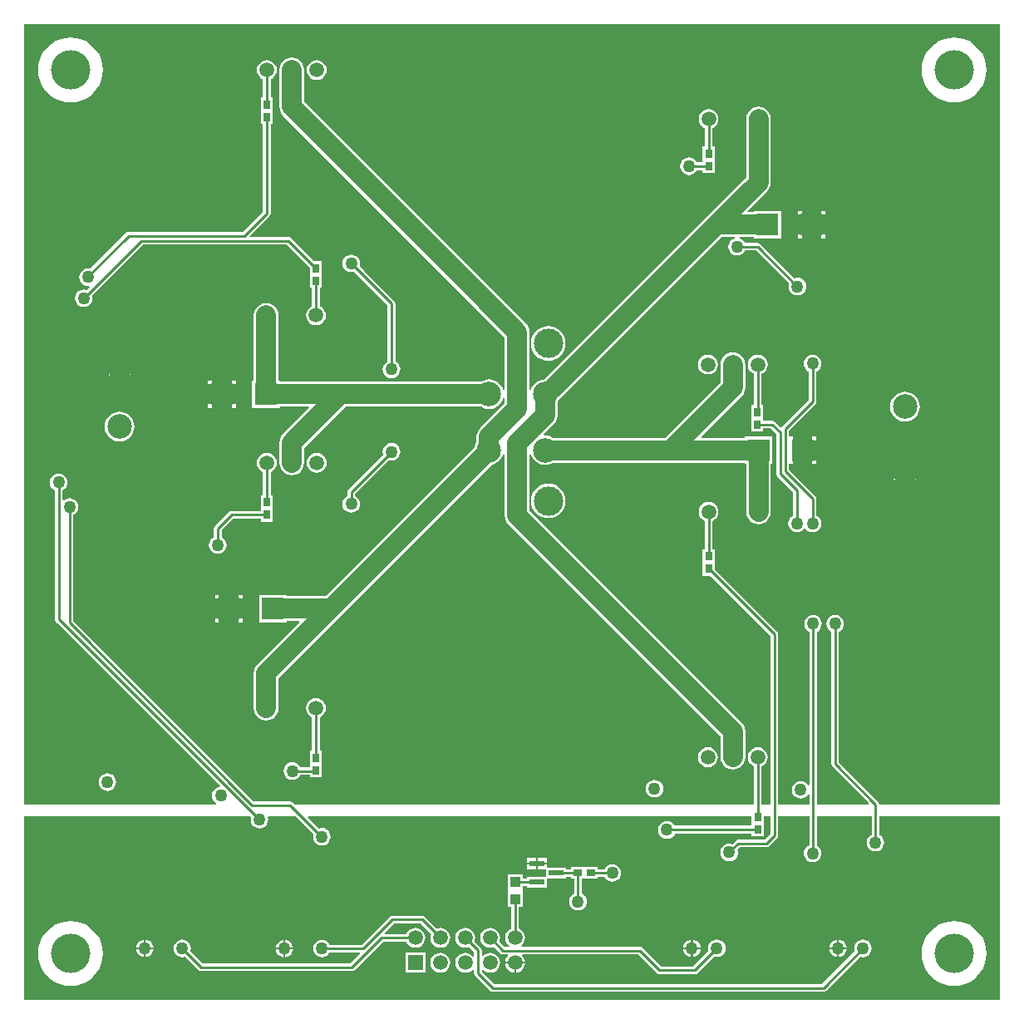
<source format=gtl>
%FSLAX24Y24*%
%MOIN*%
G70*
G01*
G75*
G04 Layer_Physical_Order=1*
G04 Layer_Color=255*
%ADD10R,0.0276X0.0354*%
%ADD11R,0.0906X0.0906*%
%ADD12R,0.0354X0.0276*%
%ADD13R,0.0394X0.0433*%
%ADD14R,0.0591X0.0236*%
%ADD15C,0.0787*%
%ADD16C,0.0100*%
%ADD17C,0.0984*%
%ADD18C,0.1575*%
%ADD19C,0.0591*%
%ADD20C,0.1181*%
%ADD21R,0.0591X0.0591*%
%ADD22C,0.0500*%
G36*
X39250Y120D02*
X120D01*
Y7480D01*
X9186D01*
X9219Y7447D01*
X9209Y7424D01*
X9197Y7333D01*
X9209Y7241D01*
X9244Y7156D01*
X9300Y7083D01*
X9373Y7027D01*
X9459Y6992D01*
X9550Y6979D01*
X9641Y6992D01*
X9727Y7027D01*
X9800Y7083D01*
X9856Y7156D01*
X9891Y7241D01*
X9903Y7333D01*
X9891Y7424D01*
X9885Y7439D01*
X9913Y7480D01*
X11004D01*
X11719Y6766D01*
X11709Y6742D01*
X11697Y6651D01*
X11709Y6559D01*
X11744Y6474D01*
X11800Y6401D01*
X11873Y6345D01*
X11959Y6310D01*
X12050Y6298D01*
X12141Y6310D01*
X12227Y6345D01*
X12300Y6401D01*
X12356Y6474D01*
X12391Y6559D01*
X12403Y6651D01*
X12391Y6742D01*
X12356Y6827D01*
X12300Y6900D01*
X12227Y6957D01*
X12141Y6992D01*
X12050Y7004D01*
X11959Y6992D01*
X11935Y6982D01*
X11483Y7434D01*
X11502Y7480D01*
X29290D01*
Y7179D01*
Y7097D01*
X26198D01*
X26194Y7106D01*
X26138Y7179D01*
X26065Y7235D01*
X25980Y7270D01*
X25889Y7282D01*
X25797Y7270D01*
X25712Y7235D01*
X25639Y7179D01*
X25583Y7106D01*
X25548Y7020D01*
X25536Y6929D01*
X25548Y6838D01*
X25583Y6753D01*
X25639Y6680D01*
X25712Y6623D01*
X25797Y6588D01*
X25889Y6576D01*
X25980Y6588D01*
X26065Y6623D01*
X26138Y6680D01*
X26194Y6753D01*
X26210Y6791D01*
X29290D01*
Y6667D01*
X29765D01*
Y7179D01*
Y7480D01*
X30044D01*
Y6756D01*
X29819Y6531D01*
X28740D01*
X28682Y6519D01*
X28632Y6486D01*
X28504Y6358D01*
X28480Y6367D01*
X28389Y6379D01*
X28297Y6367D01*
X28212Y6332D01*
X28139Y6276D01*
X28083Y6203D01*
X28048Y6118D01*
X28036Y6026D01*
X28048Y5935D01*
X28083Y5850D01*
X28139Y5777D01*
X28212Y5721D01*
X28297Y5685D01*
X28389Y5673D01*
X28480Y5685D01*
X28565Y5721D01*
X28638Y5777D01*
X28694Y5850D01*
X28730Y5935D01*
X28742Y6026D01*
X28730Y6118D01*
X28720Y6141D01*
X28804Y6225D01*
X29882D01*
X29940Y6237D01*
X29990Y6270D01*
X29990Y6270D01*
X29990Y6270D01*
X30305Y6585D01*
X30338Y6634D01*
X30350Y6693D01*
X30350Y6693D01*
X30350Y6693D01*
Y6693D01*
Y7480D01*
X31597D01*
Y6307D01*
X31556Y6290D01*
X31483Y6234D01*
X31427Y6161D01*
X31391Y6076D01*
X31379Y5984D01*
X31391Y5893D01*
X31427Y5808D01*
X31483Y5735D01*
X31556Y5679D01*
X31641Y5643D01*
X31732Y5631D01*
X31824Y5643D01*
X31909Y5679D01*
X31982Y5735D01*
X32038Y5808D01*
X32073Y5893D01*
X32085Y5984D01*
X32073Y6076D01*
X32038Y6161D01*
X31982Y6234D01*
X31909Y6290D01*
X31903Y6292D01*
Y7480D01*
X34097D01*
Y6733D01*
X34073Y6723D01*
X34000Y6667D01*
X33944Y6594D01*
X33909Y6509D01*
X33897Y6417D01*
X33909Y6326D01*
X33944Y6241D01*
X34000Y6168D01*
X34073Y6112D01*
X34159Y6076D01*
X34250Y6064D01*
X34341Y6076D01*
X34427Y6112D01*
X34500Y6168D01*
X34556Y6241D01*
X34591Y6326D01*
X34603Y6417D01*
X34591Y6509D01*
X34556Y6594D01*
X34500Y6667D01*
X34427Y6723D01*
X34403Y6733D01*
Y7480D01*
X39250D01*
Y120D01*
D02*
G37*
G36*
Y7953D02*
X34403D01*
Y7955D01*
X34391Y8013D01*
X34358Y8063D01*
X32791Y9630D01*
Y14881D01*
X32814Y14891D01*
X32887Y14947D01*
X32944Y15020D01*
X32979Y15105D01*
X32991Y15197D01*
X32979Y15288D01*
X32944Y15373D01*
X32887Y15446D01*
X32814Y15503D01*
X32729Y15538D01*
X32638Y15550D01*
X32546Y15538D01*
X32461Y15503D01*
X32388Y15446D01*
X32332Y15373D01*
X32297Y15288D01*
X32285Y15197D01*
X32297Y15105D01*
X32332Y15020D01*
X32388Y14947D01*
X32461Y14891D01*
X32485Y14881D01*
Y9567D01*
X32485Y9567D01*
X32485D01*
X32497Y9508D01*
X32530Y9459D01*
X33989Y7999D01*
X33970Y7953D01*
X31903D01*
Y14881D01*
X31927Y14891D01*
X32000Y14947D01*
X32056Y15020D01*
X32091Y15105D01*
X32103Y15197D01*
X32091Y15288D01*
X32056Y15373D01*
X32000Y15446D01*
X31927Y15503D01*
X31841Y15538D01*
X31750Y15550D01*
X31659Y15538D01*
X31573Y15503D01*
X31500Y15446D01*
X31444Y15373D01*
X31409Y15288D01*
X31397Y15197D01*
X31409Y15105D01*
X31444Y15020D01*
X31500Y14947D01*
X31573Y14891D01*
X31597Y14881D01*
Y8734D01*
X31550Y8718D01*
X31500Y8783D01*
X31427Y8839D01*
X31341Y8874D01*
X31250Y8886D01*
X31159Y8874D01*
X31073Y8839D01*
X31000Y8783D01*
X30944Y8710D01*
X30909Y8625D01*
X30897Y8533D01*
X30909Y8442D01*
X30944Y8357D01*
X31000Y8284D01*
X31073Y8228D01*
X31159Y8192D01*
X31250Y8180D01*
X31341Y8192D01*
X31427Y8228D01*
X31500Y8284D01*
X31550Y8349D01*
X31597Y8333D01*
Y7953D01*
X30350D01*
Y14764D01*
X30340Y14813D01*
X30338Y14822D01*
X30305Y14872D01*
X27797Y17380D01*
Y17636D01*
Y18191D01*
X27712D01*
Y19321D01*
X27758Y19340D01*
X27841Y19403D01*
X27904Y19486D01*
X27944Y19582D01*
X27958Y19685D01*
X27944Y19788D01*
X27904Y19884D01*
X27841Y19967D01*
X27758Y20030D01*
X27662Y20070D01*
X27559Y20084D01*
X27456Y20070D01*
X27360Y20030D01*
X27277Y19967D01*
X27214Y19884D01*
X27174Y19788D01*
X27160Y19685D01*
X27174Y19582D01*
X27214Y19486D01*
X27277Y19403D01*
X27360Y19340D01*
X27406Y19321D01*
Y18191D01*
X27321D01*
Y17636D01*
Y17124D01*
X27620D01*
X30044Y14700D01*
Y7953D01*
X29681D01*
Y9478D01*
X29727Y9497D01*
X29809Y9561D01*
X29873Y9643D01*
X29913Y9739D01*
X29926Y9843D01*
X29913Y9946D01*
X29873Y10042D01*
X29809Y10124D01*
X29727Y10188D01*
X29631Y10228D01*
X29528Y10241D01*
X29424Y10228D01*
X29328Y10188D01*
X29246Y10124D01*
X29182Y10042D01*
X29142Y9946D01*
X29129Y9843D01*
X29142Y9739D01*
X29182Y9643D01*
X29246Y9561D01*
X29328Y9497D01*
X29375Y9478D01*
Y7953D01*
X10964D01*
X10896Y8022D01*
X10846Y8055D01*
X10787Y8066D01*
X9315D01*
X2082Y15300D01*
Y19566D01*
X2106Y19576D01*
X2179Y19632D01*
X2235Y19705D01*
X2270Y19791D01*
X2282Y19882D01*
X2270Y19973D01*
X2235Y20058D01*
X2179Y20132D01*
X2106Y20188D01*
X2021Y20223D01*
X1929Y20235D01*
X1838Y20223D01*
X1753Y20188D01*
X1694Y20143D01*
X1649Y20165D01*
Y20551D01*
X1673Y20560D01*
X1746Y20617D01*
X1802Y20690D01*
X1837Y20775D01*
X1849Y20866D01*
X1837Y20958D01*
X1802Y21043D01*
X1746Y21116D01*
X1673Y21172D01*
X1587Y21207D01*
X1496Y21219D01*
X1405Y21207D01*
X1320Y21172D01*
X1246Y21116D01*
X1190Y21043D01*
X1155Y20958D01*
X1143Y20866D01*
X1155Y20775D01*
X1190Y20690D01*
X1246Y20617D01*
X1320Y20560D01*
X1343Y20551D01*
Y15386D01*
X1343Y15386D01*
X1343D01*
X1355Y15328D01*
X1388Y15278D01*
X7965Y8702D01*
X7948Y8654D01*
X7901Y8648D01*
X7816Y8613D01*
X7742Y8557D01*
X7686Y8484D01*
X7651Y8398D01*
X7639Y8307D01*
X7651Y8216D01*
X7686Y8131D01*
X7742Y8057D01*
X7816Y8001D01*
X7795Y7953D01*
X120D01*
Y39250D01*
X39250D01*
Y7953D01*
D02*
G37*
%LPC*%
G36*
X32789Y2524D02*
Y2215D01*
X33098D01*
X33091Y2267D01*
X33056Y2352D01*
X33000Y2426D01*
X32927Y2482D01*
X32841Y2517D01*
X32789Y2524D01*
D02*
G37*
G36*
X20644Y5535D02*
X20288D01*
Y5356D01*
X20644D01*
Y5535D01*
D02*
G37*
G36*
X23698Y5553D02*
X23606Y5541D01*
X23521Y5506D01*
X23448Y5450D01*
X23392Y5377D01*
X23382Y5353D01*
X23109D01*
Y5438D01*
X22043D01*
Y5353D01*
X21827D01*
Y5418D01*
X21079D01*
Y5535D01*
X20723D01*
Y5356D01*
X21036D01*
Y5044D01*
X20288D01*
Y4979D01*
X20097D01*
Y5143D01*
X19503D01*
Y4509D01*
X19503Y4509D01*
X19503Y4473D01*
X19503D01*
Y3840D01*
X19647D01*
Y2964D01*
X19601Y2945D01*
X19518Y2882D01*
X19455Y2799D01*
X19415Y2703D01*
X19401Y2600D01*
X19415Y2497D01*
X19455Y2401D01*
X19518Y2318D01*
X19559Y2287D01*
X19543Y2240D01*
X19377D01*
X19166Y2450D01*
X19185Y2497D01*
X19199Y2600D01*
X19185Y2703D01*
X19145Y2799D01*
X19082Y2882D01*
X18999Y2945D01*
X18903Y2985D01*
X18800Y2999D01*
X18697Y2985D01*
X18601Y2945D01*
X18518Y2882D01*
X18455Y2799D01*
X18415Y2703D01*
X18401Y2600D01*
X18415Y2497D01*
X18455Y2401D01*
X18518Y2318D01*
X18601Y2255D01*
X18697Y2215D01*
X18800Y2201D01*
X18903Y2215D01*
X18950Y2234D01*
X19205Y1978D01*
X19255Y1945D01*
X19265Y1943D01*
X19313Y1934D01*
X19508D01*
X19524Y1886D01*
X19518Y1882D01*
X19455Y1799D01*
X19415Y1703D01*
X19406Y1639D01*
X20194D01*
X20185Y1703D01*
X20145Y1799D01*
X20082Y1882D01*
X20076Y1886D01*
X20092Y1934D01*
X24740D01*
X25482Y1191D01*
X25532Y1158D01*
X25591Y1146D01*
X27008D01*
X27066Y1158D01*
X27116Y1191D01*
X27116Y1191D01*
X27116Y1191D01*
X27774Y1849D01*
X27797Y1839D01*
X27889Y1827D01*
X27980Y1839D01*
X28065Y1874D01*
X28138Y1930D01*
X28194Y2003D01*
X28230Y2089D01*
X28242Y2180D01*
X28230Y2271D01*
X28194Y2356D01*
X28138Y2430D01*
X28065Y2486D01*
X27980Y2521D01*
X27889Y2533D01*
X27797Y2521D01*
X27712Y2486D01*
X27639Y2430D01*
X27583Y2356D01*
X27548Y2271D01*
X27536Y2180D01*
X27548Y2089D01*
X27557Y2065D01*
X26945Y1452D01*
X25654D01*
X24911Y2195D01*
X24862Y2228D01*
X24803Y2240D01*
X20057D01*
X20041Y2287D01*
X20082Y2318D01*
X20145Y2401D01*
X20185Y2497D01*
X20199Y2600D01*
X20185Y2703D01*
X20145Y2799D01*
X20082Y2882D01*
X19999Y2945D01*
X19953Y2964D01*
Y3840D01*
X20097D01*
Y4473D01*
D01*
Y4473D01*
X20097Y4473D01*
Y4509D01*
X20097D01*
Y4673D01*
X20288D01*
Y4608D01*
X21079D01*
Y4982D01*
X21827D01*
Y5047D01*
X22043D01*
Y4962D01*
X22167D01*
Y4374D01*
X22143Y4364D01*
X22070Y4308D01*
X22014Y4235D01*
X21979Y4150D01*
X21967Y4058D01*
X21979Y3967D01*
X22014Y3882D01*
X22070Y3809D01*
X22143Y3753D01*
X22228Y3717D01*
X22320Y3705D01*
X22411Y3717D01*
X22496Y3753D01*
X22569Y3809D01*
X22625Y3882D01*
X22661Y3967D01*
X22673Y4058D01*
X22661Y4150D01*
X22625Y4235D01*
X22569Y4308D01*
X22496Y4364D01*
X22473Y4374D01*
Y4962D01*
X23109D01*
Y5047D01*
X23382D01*
X23392Y5023D01*
X23448Y4950D01*
X23521Y4894D01*
X23606Y4859D01*
X23698Y4847D01*
X23789Y4859D01*
X23874Y4894D01*
X23947Y4950D01*
X24003Y5023D01*
X24039Y5109D01*
X24051Y5200D01*
X24039Y5291D01*
X24003Y5377D01*
X23947Y5450D01*
X23874Y5506D01*
X23789Y5541D01*
X23698Y5553D01*
D02*
G37*
G36*
X4989Y2524D02*
Y2215D01*
X5298D01*
X5291Y2267D01*
X5256Y2352D01*
X5200Y2426D01*
X5127Y2482D01*
X5041Y2517D01*
X4989Y2524D01*
D02*
G37*
G36*
X4911D02*
X4859Y2517D01*
X4773Y2482D01*
X4700Y2426D01*
X4644Y2352D01*
X4609Y2267D01*
X4602Y2215D01*
X4911D01*
Y2524D01*
D02*
G37*
G36*
X26849D02*
X26797Y2517D01*
X26712Y2482D01*
X26639Y2426D01*
X26583Y2352D01*
X26548Y2267D01*
X26541Y2215D01*
X26849D01*
Y2524D01*
D02*
G37*
G36*
X32711D02*
X32659Y2517D01*
X32573Y2482D01*
X32500Y2426D01*
X32444Y2352D01*
X32409Y2267D01*
X32402Y2215D01*
X32711D01*
Y2524D01*
D02*
G37*
G36*
X26928D02*
Y2215D01*
X27236D01*
X27230Y2267D01*
X27194Y2352D01*
X27138Y2426D01*
X27065Y2482D01*
X26980Y2517D01*
X26928Y2524D01*
D02*
G37*
G36*
X11811Y12210D02*
X11708Y12196D01*
X11612Y12156D01*
X11529Y12093D01*
X11466Y12010D01*
X11426Y11914D01*
X11412Y11811D01*
X11426Y11708D01*
X11466Y11612D01*
X11529Y11529D01*
X11612Y11466D01*
X11658Y11447D01*
Y10096D01*
X11573D01*
Y9542D01*
Y9444D01*
X11182D01*
X11172Y9468D01*
X11116Y9541D01*
X11043Y9597D01*
X10958Y9632D01*
X10866Y9644D01*
X10775Y9632D01*
X10690Y9597D01*
X10617Y9541D01*
X10560Y9468D01*
X10525Y9383D01*
X10513Y9291D01*
X10525Y9200D01*
X10560Y9115D01*
X10617Y9042D01*
X10690Y8986D01*
X10775Y8950D01*
X10866Y8938D01*
X10958Y8950D01*
X11043Y8986D01*
X11116Y9042D01*
X11172Y9115D01*
X11182Y9138D01*
X11573D01*
Y9030D01*
X12049D01*
Y9542D01*
Y10096D01*
X11964D01*
Y11447D01*
X12010Y11466D01*
X12093Y11529D01*
X12156Y11612D01*
X12196Y11708D01*
X12210Y11811D01*
X12196Y11914D01*
X12156Y12010D01*
X12093Y12093D01*
X12010Y12156D01*
X11914Y12196D01*
X11811Y12210D01*
D02*
G37*
G36*
X27528Y10241D02*
X27424Y10228D01*
X27328Y10188D01*
X27246Y10124D01*
X27182Y10042D01*
X27142Y9946D01*
X27129Y9843D01*
X27142Y9739D01*
X27182Y9643D01*
X27246Y9561D01*
X27328Y9497D01*
X27424Y9457D01*
X27528Y9444D01*
X27631Y9457D01*
X27727Y9497D01*
X27809Y9561D01*
X27873Y9643D01*
X27913Y9739D01*
X27926Y9843D01*
X27913Y9946D01*
X27873Y10042D01*
X27809Y10124D01*
X27727Y10188D01*
X27631Y10228D01*
X27528Y10241D01*
D02*
G37*
G36*
X8867Y15406D02*
X8708D01*
Y15247D01*
X8867D01*
Y15406D01*
D02*
G37*
G36*
X7920D02*
X7761D01*
Y15247D01*
X7920D01*
Y15406D01*
D02*
G37*
G36*
X21079Y5792D02*
X20723D01*
Y5613D01*
X21079D01*
Y5792D01*
D02*
G37*
G36*
X20644D02*
X20288D01*
Y5613D01*
X20644D01*
Y5792D01*
D02*
G37*
G36*
X3450Y9197D02*
X3359Y9185D01*
X3273Y9149D01*
X3200Y9093D01*
X3144Y9020D01*
X3109Y8935D01*
X3097Y8844D01*
X3109Y8752D01*
X3144Y8667D01*
X3200Y8594D01*
X3273Y8538D01*
X3359Y8503D01*
X3450Y8491D01*
X3541Y8503D01*
X3627Y8538D01*
X3700Y8594D01*
X3756Y8667D01*
X3791Y8752D01*
X3803Y8844D01*
X3791Y8935D01*
X3756Y9020D01*
X3700Y9093D01*
X3627Y9149D01*
X3541Y9185D01*
X3450Y9197D01*
D02*
G37*
G36*
X25389Y8931D02*
X25297Y8919D01*
X25212Y8883D01*
X25139Y8827D01*
X25083Y8754D01*
X25048Y8669D01*
X25036Y8578D01*
X25048Y8486D01*
X25083Y8401D01*
X25139Y8328D01*
X25212Y8272D01*
X25297Y8237D01*
X25389Y8225D01*
X25480Y8237D01*
X25565Y8272D01*
X25638Y8328D01*
X25694Y8401D01*
X25730Y8486D01*
X25742Y8578D01*
X25730Y8669D01*
X25694Y8754D01*
X25638Y8827D01*
X25565Y8883D01*
X25480Y8919D01*
X25389Y8931D01*
D02*
G37*
G36*
X10511Y2127D02*
X10202D01*
X10209Y2075D01*
X10244Y1990D01*
X10300Y1917D01*
X10373Y1861D01*
X10459Y1826D01*
X10511Y1819D01*
Y2127D01*
D02*
G37*
G36*
X20194Y1561D02*
X19839D01*
Y1207D01*
X19903Y1215D01*
X19999Y1255D01*
X20082Y1318D01*
X20145Y1401D01*
X20185Y1497D01*
X20194Y1561D01*
D02*
G37*
G36*
X4911Y2137D02*
X4602D01*
X4609Y2085D01*
X4644Y1999D01*
X4700Y1926D01*
X4773Y1870D01*
X4859Y1835D01*
X4911Y1828D01*
Y2137D01*
D02*
G37*
G36*
X10898Y2127D02*
X10589D01*
Y1819D01*
X10641Y1826D01*
X10727Y1861D01*
X10800Y1917D01*
X10856Y1990D01*
X10891Y2075D01*
X10898Y2127D01*
D02*
G37*
G36*
X19761Y1561D02*
X19406D01*
X19415Y1497D01*
X19455Y1401D01*
X19518Y1318D01*
X19601Y1255D01*
X19697Y1215D01*
X19761Y1207D01*
Y1561D01*
D02*
G37*
G36*
X37402Y3272D02*
X37198Y3256D01*
X36999Y3208D01*
X36810Y3130D01*
X36636Y3023D01*
X36480Y2890D01*
X36347Y2735D01*
X36240Y2560D01*
X36162Y2371D01*
X36114Y2172D01*
X36098Y1969D01*
X36114Y1765D01*
X36162Y1566D01*
X36240Y1377D01*
X36347Y1202D01*
X36480Y1047D01*
X36636Y914D01*
X36810Y807D01*
X36999Y729D01*
X37198Y681D01*
X37402Y665D01*
X37605Y681D01*
X37804Y729D01*
X37993Y807D01*
X38168Y914D01*
X38323Y1047D01*
X38456Y1202D01*
X38563Y1377D01*
X38641Y1566D01*
X38689Y1765D01*
X38705Y1969D01*
X38689Y2172D01*
X38641Y2371D01*
X38563Y2560D01*
X38456Y2735D01*
X38323Y2890D01*
X38168Y3023D01*
X37993Y3130D01*
X37804Y3208D01*
X37605Y3256D01*
X37402Y3272D01*
D02*
G37*
G36*
X1969D02*
X1765Y3256D01*
X1566Y3208D01*
X1377Y3130D01*
X1202Y3023D01*
X1047Y2890D01*
X914Y2735D01*
X807Y2560D01*
X729Y2371D01*
X681Y2172D01*
X665Y1969D01*
X681Y1765D01*
X729Y1566D01*
X807Y1377D01*
X914Y1202D01*
X1047Y1047D01*
X1202Y914D01*
X1377Y807D01*
X1566Y729D01*
X1765Y681D01*
X1969Y665D01*
X2172Y681D01*
X2371Y729D01*
X2560Y807D01*
X2735Y914D01*
X2890Y1047D01*
X3023Y1202D01*
X3130Y1377D01*
X3208Y1566D01*
X3256Y1765D01*
X3272Y1969D01*
X3256Y2172D01*
X3208Y2371D01*
X3130Y2560D01*
X3023Y2735D01*
X2890Y2890D01*
X2735Y3023D01*
X2560Y3130D01*
X2371Y3208D01*
X2172Y3256D01*
X1969Y3272D01*
D02*
G37*
G36*
X16195Y1995D02*
X15405D01*
Y1205D01*
X16195D01*
Y1995D01*
D02*
G37*
G36*
X16800Y1999D02*
X16697Y1985D01*
X16601Y1945D01*
X16518Y1882D01*
X16455Y1799D01*
X16415Y1703D01*
X16401Y1600D01*
X16415Y1497D01*
X16455Y1401D01*
X16518Y1318D01*
X16601Y1255D01*
X16697Y1215D01*
X16800Y1201D01*
X16903Y1215D01*
X16999Y1255D01*
X17082Y1318D01*
X17145Y1401D01*
X17185Y1497D01*
X17199Y1600D01*
X17185Y1703D01*
X17145Y1799D01*
X17082Y1882D01*
X16999Y1945D01*
X16903Y1985D01*
X16800Y1999D01*
D02*
G37*
G36*
X16063Y3490D02*
X14891D01*
X14843Y3480D01*
X14833Y3478D01*
X14783Y3445D01*
X13659Y2321D01*
X12365D01*
X12356Y2345D01*
X12300Y2418D01*
X12227Y2474D01*
X12141Y2509D01*
X12050Y2521D01*
X11959Y2509D01*
X11873Y2474D01*
X11800Y2418D01*
X11744Y2345D01*
X11709Y2259D01*
X11697Y2168D01*
X11709Y2077D01*
X11744Y1992D01*
X11800Y1918D01*
X11873Y1862D01*
X11959Y1827D01*
X12050Y1815D01*
X12141Y1827D01*
X12227Y1862D01*
X12300Y1918D01*
X12356Y1992D01*
X12365Y2015D01*
X13571D01*
X13590Y1969D01*
X13191Y1570D01*
X7268D01*
X6781Y2057D01*
X6791Y2081D01*
X6803Y2172D01*
X6791Y2263D01*
X6756Y2349D01*
X6700Y2422D01*
X6627Y2478D01*
X6541Y2513D01*
X6450Y2525D01*
X6359Y2513D01*
X6273Y2478D01*
X6200Y2422D01*
X6144Y2349D01*
X6109Y2263D01*
X6097Y2172D01*
X6109Y2081D01*
X6144Y1996D01*
X6200Y1922D01*
X6273Y1866D01*
X6359Y1831D01*
X6450Y1819D01*
X6541Y1831D01*
X6565Y1841D01*
X7097Y1309D01*
D01*
X7097D01*
X7097Y1309D01*
X7097Y1309D01*
X7097D01*
D01*
X7097D01*
X7097Y1309D01*
Y1309D01*
X7097Y1309D01*
Y1309D01*
X7146Y1276D01*
X7205Y1264D01*
X13254D01*
X13313Y1276D01*
X13363Y1309D01*
X14501Y2447D01*
X15436D01*
X15455Y2401D01*
X15518Y2318D01*
X15601Y2255D01*
X15697Y2215D01*
X15800Y2201D01*
X15903Y2215D01*
X15999Y2255D01*
X16082Y2318D01*
X16145Y2401D01*
X16185Y2497D01*
X16199Y2600D01*
X16185Y2703D01*
X16145Y2799D01*
X16082Y2882D01*
X15999Y2945D01*
X15903Y2985D01*
X15800Y2999D01*
X15697Y2985D01*
X15601Y2945D01*
X15518Y2882D01*
X15455Y2799D01*
X15436Y2753D01*
X14589D01*
X14570Y2799D01*
X14955Y3184D01*
X16000D01*
X16434Y2750D01*
X16415Y2703D01*
X16401Y2600D01*
X16415Y2497D01*
X16455Y2401D01*
X16518Y2318D01*
X16601Y2255D01*
X16697Y2215D01*
X16800Y2201D01*
X16903Y2215D01*
X16999Y2255D01*
X17082Y2318D01*
X17145Y2401D01*
X17185Y2497D01*
X17199Y2600D01*
X17185Y2703D01*
X17145Y2799D01*
X17082Y2882D01*
X16999Y2945D01*
X16903Y2985D01*
X16800Y2999D01*
X16697Y2985D01*
X16650Y2966D01*
X16171Y3445D01*
X16122Y3478D01*
X16063Y3490D01*
D02*
G37*
G36*
X17800Y2999D02*
X17697Y2985D01*
X17601Y2945D01*
X17518Y2882D01*
X17455Y2799D01*
X17415Y2703D01*
X17401Y2600D01*
X17415Y2497D01*
X17455Y2401D01*
X17518Y2318D01*
X17601Y2255D01*
X17697Y2215D01*
X17800Y2201D01*
X17903Y2215D01*
X17950Y2234D01*
X18154Y2030D01*
Y1866D01*
X18107Y1849D01*
X18082Y1882D01*
X17999Y1945D01*
X17903Y1985D01*
X17800Y1999D01*
X17697Y1985D01*
X17601Y1945D01*
X17518Y1882D01*
X17455Y1799D01*
X17415Y1703D01*
X17401Y1600D01*
X17415Y1497D01*
X17455Y1401D01*
X17518Y1318D01*
X17601Y1255D01*
X17697Y1215D01*
X17800Y1201D01*
X17903Y1215D01*
X17999Y1255D01*
X18082Y1318D01*
X18107Y1351D01*
X18154Y1334D01*
Y1181D01*
X18166Y1123D01*
X18199Y1073D01*
X18789Y482D01*
D01*
X18789D01*
X18789Y482D01*
X18789Y482D01*
X18789D01*
D01*
X18789D01*
X18789Y482D01*
Y482D01*
X18789Y482D01*
Y482D01*
X18839Y449D01*
X18898Y438D01*
X32165D01*
X32224Y449D01*
X32273Y482D01*
X33635Y1844D01*
X33659Y1834D01*
X33750Y1822D01*
X33841Y1834D01*
X33927Y1869D01*
X34000Y1926D01*
X34056Y1999D01*
X34091Y2084D01*
X34103Y2175D01*
X34091Y2267D01*
X34056Y2352D01*
X34000Y2425D01*
X33927Y2481D01*
X33841Y2516D01*
X33750Y2528D01*
X33659Y2516D01*
X33573Y2481D01*
X33500Y2425D01*
X33444Y2352D01*
X33409Y2267D01*
X33397Y2175D01*
X33409Y2084D01*
X33419Y2060D01*
X32102Y743D01*
X18961D01*
X18460Y1244D01*
Y1316D01*
X18507Y1332D01*
X18518Y1318D01*
X18601Y1255D01*
X18697Y1215D01*
X18800Y1201D01*
X18903Y1215D01*
X18999Y1255D01*
X19082Y1318D01*
X19145Y1401D01*
X19185Y1497D01*
X19199Y1600D01*
X19185Y1703D01*
X19145Y1799D01*
X19082Y1882D01*
X18999Y1945D01*
X18903Y1985D01*
X18800Y1999D01*
X18697Y1985D01*
X18601Y1945D01*
X18518Y1882D01*
X18507Y1868D01*
X18460Y1884D01*
Y2093D01*
X18448Y2151D01*
X18415Y2201D01*
X18166Y2450D01*
X18185Y2497D01*
X18199Y2600D01*
X18185Y2703D01*
X18145Y2799D01*
X18082Y2882D01*
X17999Y2945D01*
X17903Y2985D01*
X17800Y2999D01*
D02*
G37*
G36*
X10589Y2514D02*
Y2206D01*
X10898D01*
X10891Y2258D01*
X10856Y2343D01*
X10800Y2416D01*
X10727Y2472D01*
X10641Y2508D01*
X10589Y2514D01*
D02*
G37*
G36*
X10511D02*
X10459Y2508D01*
X10373Y2472D01*
X10300Y2416D01*
X10244Y2343D01*
X10209Y2258D01*
X10202Y2206D01*
X10511D01*
Y2514D01*
D02*
G37*
G36*
X33098Y2137D02*
X32789D01*
Y1828D01*
X32841Y1835D01*
X32927Y1870D01*
X33000Y1926D01*
X33056Y1999D01*
X33091Y2085D01*
X33098Y2137D01*
D02*
G37*
G36*
X26849D02*
X26541D01*
X26548Y2085D01*
X26583Y1999D01*
X26639Y1926D01*
X26712Y1870D01*
X26797Y1835D01*
X26849Y1828D01*
Y2137D01*
D02*
G37*
G36*
X5298D02*
X4989D01*
Y1828D01*
X5041Y1835D01*
X5127Y1870D01*
X5200Y1926D01*
X5256Y1999D01*
X5291Y2085D01*
X5298Y2137D01*
D02*
G37*
G36*
X32711D02*
X32402D01*
X32409Y2085D01*
X32444Y1999D01*
X32500Y1926D01*
X32573Y1870D01*
X32659Y1835D01*
X32711Y1828D01*
Y2137D01*
D02*
G37*
G36*
X27236D02*
X26928D01*
Y1828D01*
X26980Y1835D01*
X27065Y1870D01*
X27138Y1926D01*
X27194Y1999D01*
X27230Y2085D01*
X27236Y2137D01*
D02*
G37*
G36*
X3543Y26043D02*
X3516Y26021D01*
X3494Y25994D01*
X3543D01*
Y26043D01*
D02*
G37*
G36*
X21130Y27129D02*
X20995Y27116D01*
X20864Y27077D01*
X20744Y27012D01*
X20639Y26926D01*
X20553Y26821D01*
X20489Y26701D01*
X20449Y26571D01*
X20436Y26435D01*
X20449Y26300D01*
X20489Y26170D01*
X20553Y26050D01*
X20639Y25945D01*
X20744Y25858D01*
X20864Y25794D01*
X20995Y25755D01*
X21130Y25742D01*
X21265Y25755D01*
X21395Y25794D01*
X21515Y25858D01*
X21621Y25945D01*
X21707Y26050D01*
X21771Y26170D01*
X21810Y26300D01*
X21824Y26435D01*
X21810Y26571D01*
X21771Y26701D01*
X21707Y26821D01*
X21621Y26926D01*
X21515Y27012D01*
X21395Y27077D01*
X21265Y27116D01*
X21130Y27129D01*
D02*
G37*
G36*
X10843Y37900D02*
X10714Y37883D01*
X10594Y37833D01*
X10490Y37754D01*
X10411Y37651D01*
X10362Y37530D01*
X10345Y37402D01*
Y35929D01*
X10345Y35929D01*
X10362Y35800D01*
X10411Y35680D01*
X10490Y35577D01*
X18248Y27820D01*
X18248Y27820D01*
X19384Y26683D01*
Y24540D01*
X19334Y24533D01*
X19306Y24628D01*
X19251Y24731D01*
X19177Y24821D01*
X19086Y24895D01*
X18984Y24950D01*
X18872Y24984D01*
X18756Y24995D01*
X18640Y24984D01*
X18528Y24950D01*
X18431Y24898D01*
X10364D01*
Y24953D01*
X10309D01*
Y27559D01*
X10292Y27688D01*
X10242Y27808D01*
X10163Y27911D01*
X10060Y27990D01*
X9940Y28040D01*
X9811Y28057D01*
X9682Y28040D01*
X9562Y27990D01*
X9459Y27911D01*
X9380Y27808D01*
X9330Y27688D01*
X9313Y27559D01*
Y24953D01*
X9258D01*
Y23847D01*
X10364D01*
Y23902D01*
X11518D01*
X11537Y23856D01*
X10490Y22809D01*
X10411Y22706D01*
X10397Y22671D01*
X10362Y22586D01*
X10345Y22457D01*
X10345Y22457D01*
Y21654D01*
X10362Y21525D01*
X10411Y21405D01*
X10490Y21301D01*
X10594Y21222D01*
X10714Y21173D01*
X10843Y21156D01*
X10971Y21173D01*
X11092Y21222D01*
X11195Y21301D01*
X11274Y21405D01*
X11324Y21525D01*
X11340Y21654D01*
Y22250D01*
X12992Y23902D01*
X18431D01*
X18528Y23850D01*
X18640Y23816D01*
X18756Y23805D01*
X18872Y23816D01*
X18984Y23850D01*
X19086Y23905D01*
X19177Y23979D01*
X19251Y24069D01*
X19306Y24172D01*
X19334Y24267D01*
X19384Y24260D01*
Y24025D01*
X18404Y23045D01*
X18325Y22942D01*
X18275Y22822D01*
X18258Y22693D01*
X18258Y22693D01*
Y22480D01*
X18206Y22384D01*
X18174Y22279D01*
X12194Y16298D01*
X10639D01*
Y16353D01*
X9533D01*
Y15247D01*
X10639D01*
Y15302D01*
X11132D01*
X11152Y15256D01*
X9459Y13563D01*
X9380Y13460D01*
X9365Y13425D01*
X9330Y13340D01*
X9313Y13211D01*
X9313Y13211D01*
Y11811D01*
X9330Y11682D01*
X9380Y11562D01*
X9459Y11459D01*
X9562Y11380D01*
X9682Y11330D01*
X9811Y11313D01*
X9940Y11330D01*
X10060Y11380D01*
X10163Y11459D01*
X10242Y11562D01*
X10292Y11682D01*
X10309Y11811D01*
Y13005D01*
X18879Y21574D01*
X18984Y21606D01*
X19086Y21661D01*
X19177Y21735D01*
X19251Y21825D01*
X19306Y21928D01*
X19334Y22023D01*
X19384Y22016D01*
Y19528D01*
X19384Y19528D01*
X19401Y19399D01*
X19451Y19279D01*
X19530Y19175D01*
X28030Y10676D01*
Y9843D01*
X28047Y9714D01*
X28096Y9594D01*
X28175Y9490D01*
X28279Y9411D01*
X28399Y9362D01*
X28528Y9345D01*
X28656Y9362D01*
X28777Y9411D01*
X28880Y9490D01*
X28959Y9594D01*
X29009Y9714D01*
X29026Y9843D01*
Y10882D01*
X29009Y11011D01*
X28959Y11131D01*
X28880Y11234D01*
X28880Y11234D01*
X20380Y19734D01*
Y21990D01*
X20429Y21997D01*
X20450Y21928D01*
X20505Y21825D01*
X20579Y21735D01*
X20669Y21661D01*
X20772Y21606D01*
X20884Y21572D01*
X21000Y21561D01*
X21116Y21572D01*
X21228Y21606D01*
X21324Y21658D01*
X26014D01*
X26014Y21658D01*
X26014Y21658D01*
X29006D01*
Y21603D01*
X29061D01*
Y19685D01*
X29078Y19556D01*
X29128Y19436D01*
X29207Y19333D01*
X29310Y19254D01*
X29430Y19204D01*
X29559Y19187D01*
X29688Y19204D01*
X29808Y19254D01*
X29911Y19333D01*
X29990Y19436D01*
X30040Y19556D01*
X30057Y19685D01*
Y21603D01*
X30112D01*
Y22709D01*
X29006D01*
Y22654D01*
X27282D01*
X27263Y22700D01*
X28880Y24317D01*
X28880Y24317D01*
X28959Y24420D01*
X28973Y24455D01*
X29009Y24540D01*
X29026Y24669D01*
Y25591D01*
X29009Y25719D01*
X28959Y25840D01*
X28880Y25943D01*
X28777Y26022D01*
X28656Y26072D01*
X28528Y26089D01*
X28399Y26072D01*
X28279Y26022D01*
X28175Y25943D01*
X28096Y25840D01*
X28047Y25719D01*
X28030Y25591D01*
Y24876D01*
X25808Y22654D01*
X21324D01*
X21228Y22706D01*
X21116Y22739D01*
X21000Y22751D01*
X20969Y22748D01*
X20947Y22793D01*
X21352Y23198D01*
X21352Y23198D01*
X21431Y23301D01*
X21481Y23421D01*
X21498Y23550D01*
Y24076D01*
X21550Y24172D01*
X21551Y24178D01*
X28076Y30702D01*
X28593D01*
X28602Y30653D01*
X28524Y30621D01*
X28451Y30565D01*
X28395Y30491D01*
X28360Y30406D01*
X28348Y30315D01*
X28360Y30224D01*
X28395Y30138D01*
X28451Y30065D01*
X28524Y30009D01*
X28609Y29974D01*
X28701Y29962D01*
X28792Y29974D01*
X28877Y30009D01*
X28950Y30065D01*
X29007Y30138D01*
X29016Y30162D01*
X29464D01*
X30791Y28835D01*
X30782Y28811D01*
X30770Y28720D01*
X30782Y28629D01*
X30817Y28543D01*
X30873Y28470D01*
X30946Y28414D01*
X31031Y28379D01*
X31123Y28367D01*
X31214Y28379D01*
X31299Y28414D01*
X31372Y28470D01*
X31428Y28543D01*
X31464Y28629D01*
X31476Y28720D01*
X31464Y28811D01*
X31428Y28896D01*
X31372Y28970D01*
X31299Y29026D01*
X31214Y29061D01*
X31123Y29073D01*
X31031Y29061D01*
X31008Y29051D01*
X29636Y30423D01*
X29586Y30456D01*
X29528Y30468D01*
X29016D01*
X29007Y30491D01*
X28950Y30565D01*
X28877Y30621D01*
X28799Y30653D01*
X28809Y30702D01*
X29361D01*
Y30647D01*
X30467D01*
Y31753D01*
X29361D01*
Y31698D01*
X29137D01*
X29118Y31744D01*
X29911Y32538D01*
X29911Y32538D01*
X29990Y32641D01*
X30040Y32761D01*
X30057Y32890D01*
X30057Y32890D01*
Y35433D01*
X30040Y35562D01*
X29990Y35682D01*
X29911Y35785D01*
X29808Y35864D01*
X29688Y35914D01*
X29559Y35931D01*
X29430Y35914D01*
X29310Y35864D01*
X29207Y35785D01*
X29128Y35682D01*
X29078Y35562D01*
X29061Y35433D01*
Y33096D01*
X20956Y24991D01*
X20884Y24984D01*
X20772Y24950D01*
X20669Y24895D01*
X20579Y24821D01*
X20505Y24731D01*
X20450Y24628D01*
X20429Y24558D01*
X20380Y24566D01*
Y26890D01*
X20363Y27019D01*
X20313Y27139D01*
X20234Y27242D01*
X20234Y27242D01*
X19009Y28467D01*
X18952Y28541D01*
X18878Y28598D01*
X11340Y36135D01*
Y37402D01*
X11324Y37530D01*
X11274Y37651D01*
X11195Y37754D01*
X11092Y37833D01*
X10971Y37883D01*
X10843Y37900D01*
D02*
G37*
G36*
X4331Y26043D02*
Y25994D01*
X4380D01*
X4358Y26021D01*
X4331Y26043D01*
D02*
G37*
G36*
X27528Y25989D02*
X27424Y25976D01*
X27328Y25936D01*
X27246Y25872D01*
X27182Y25790D01*
X27142Y25694D01*
X27129Y25591D01*
X27142Y25487D01*
X27182Y25391D01*
X27246Y25309D01*
X27328Y25245D01*
X27424Y25205D01*
X27528Y25192D01*
X27631Y25205D01*
X27727Y25245D01*
X27809Y25309D01*
X27873Y25391D01*
X27913Y25487D01*
X27926Y25591D01*
X27913Y25694D01*
X27873Y25790D01*
X27809Y25872D01*
X27727Y25936D01*
X27631Y25976D01*
X27528Y25989D01*
D02*
G37*
G36*
X13228Y29999D02*
X13137Y29987D01*
X13052Y29951D01*
X12979Y29895D01*
X12923Y29822D01*
X12887Y29737D01*
X12875Y29646D01*
X12887Y29554D01*
X12923Y29469D01*
X12979Y29396D01*
X13052Y29340D01*
X13137Y29305D01*
X13228Y29293D01*
X13320Y29305D01*
X13343Y29314D01*
X13534Y29124D01*
X13534Y29124D01*
X13534Y29124D01*
X14690Y27968D01*
Y25709D01*
X14666Y25699D01*
X14593Y25643D01*
X14537Y25570D01*
X14502Y25485D01*
X14490Y25394D01*
X14502Y25302D01*
X14537Y25217D01*
X14593Y25144D01*
X14666Y25088D01*
X14751Y25053D01*
X14843Y25041D01*
X14934Y25053D01*
X15019Y25088D01*
X15092Y25144D01*
X15148Y25217D01*
X15184Y25302D01*
X15196Y25394D01*
X15184Y25485D01*
X15148Y25570D01*
X15092Y25643D01*
X15019Y25699D01*
X14995Y25709D01*
Y28031D01*
X14984Y28090D01*
X14951Y28140D01*
X13750Y29340D01*
X13560Y29531D01*
X13569Y29554D01*
X13581Y29646D01*
X13569Y29737D01*
X13534Y29822D01*
X13478Y29895D01*
X13405Y29951D01*
X13320Y29987D01*
X13228Y29999D01*
D02*
G37*
G36*
X8592Y24953D02*
X8433D01*
Y24794D01*
X8592D01*
Y24953D01*
D02*
G37*
G36*
X4380Y25206D02*
X4331D01*
Y25157D01*
X4358Y25179D01*
X4380Y25206D01*
D02*
G37*
G36*
X3543D02*
X3494D01*
X3516Y25179D01*
X3543Y25157D01*
Y25206D01*
D02*
G37*
G36*
X1969Y38705D02*
X1765Y38689D01*
X1566Y38641D01*
X1377Y38563D01*
X1202Y38456D01*
X1047Y38323D01*
X914Y38168D01*
X807Y37993D01*
X729Y37804D01*
X681Y37605D01*
X665Y37402D01*
X681Y37198D01*
X729Y36999D01*
X807Y36810D01*
X914Y36636D01*
X1047Y36480D01*
X1202Y36347D01*
X1377Y36240D01*
X1566Y36162D01*
X1765Y36114D01*
X1969Y36098D01*
X2172Y36114D01*
X2371Y36162D01*
X2560Y36240D01*
X2735Y36347D01*
X2890Y36480D01*
X3023Y36636D01*
X3130Y36810D01*
X3208Y36999D01*
X3256Y37198D01*
X3272Y37402D01*
X3256Y37605D01*
X3208Y37804D01*
X3130Y37993D01*
X3023Y38168D01*
X2890Y38323D01*
X2735Y38456D01*
X2560Y38563D01*
X2371Y38641D01*
X2172Y38689D01*
X1969Y38705D01*
D02*
G37*
G36*
X27559Y35832D02*
X27456Y35818D01*
X27360Y35778D01*
X27277Y35715D01*
X27214Y35632D01*
X27174Y35536D01*
X27160Y35433D01*
X27174Y35330D01*
X27214Y35234D01*
X27277Y35151D01*
X27360Y35088D01*
X27406Y35069D01*
Y34333D01*
X27321D01*
Y33779D01*
Y33696D01*
X27087D01*
X27077Y33720D01*
X27021Y33793D01*
X26948Y33849D01*
X26863Y33884D01*
X26772Y33896D01*
X26680Y33884D01*
X26595Y33849D01*
X26522Y33793D01*
X26466Y33720D01*
X26431Y33635D01*
X26419Y33543D01*
X26431Y33452D01*
X26466Y33367D01*
X26522Y33294D01*
X26595Y33238D01*
X26680Y33202D01*
X26772Y33190D01*
X26863Y33202D01*
X26948Y33238D01*
X27021Y33294D01*
X27077Y33367D01*
X27087Y33390D01*
X27321D01*
Y33267D01*
X27797D01*
Y33779D01*
Y34333D01*
X27712D01*
Y35069D01*
X27758Y35088D01*
X27841Y35151D01*
X27904Y35234D01*
X27944Y35330D01*
X27958Y35433D01*
X27944Y35536D01*
X27904Y35632D01*
X27841Y35715D01*
X27758Y35778D01*
X27662Y35818D01*
X27559Y35832D01*
D02*
G37*
G36*
X11843Y37800D02*
X11739Y37787D01*
X11643Y37747D01*
X11561Y37683D01*
X11497Y37601D01*
X11457Y37505D01*
X11444Y37402D01*
X11457Y37298D01*
X11497Y37202D01*
X11561Y37120D01*
X11643Y37056D01*
X11739Y37016D01*
X11843Y37003D01*
X11946Y37016D01*
X12042Y37056D01*
X12124Y37120D01*
X12188Y37202D01*
X12228Y37298D01*
X12241Y37402D01*
X12228Y37505D01*
X12188Y37601D01*
X12124Y37683D01*
X12042Y37747D01*
X11946Y37787D01*
X11843Y37800D01*
D02*
G37*
G36*
X37402Y38705D02*
X37198Y38689D01*
X36999Y38641D01*
X36810Y38563D01*
X36636Y38456D01*
X36480Y38323D01*
X36347Y38168D01*
X36240Y37993D01*
X36162Y37804D01*
X36114Y37605D01*
X36098Y37402D01*
X36114Y37198D01*
X36162Y36999D01*
X36240Y36810D01*
X36347Y36636D01*
X36480Y36480D01*
X36636Y36347D01*
X36810Y36240D01*
X36999Y36162D01*
X37198Y36114D01*
X37402Y36098D01*
X37605Y36114D01*
X37804Y36162D01*
X37993Y36240D01*
X38168Y36347D01*
X38323Y36480D01*
X38456Y36636D01*
X38563Y36810D01*
X38641Y36999D01*
X38689Y37198D01*
X38705Y37402D01*
X38689Y37605D01*
X38641Y37804D01*
X38563Y37993D01*
X38456Y38168D01*
X38323Y38323D01*
X38168Y38456D01*
X37993Y38563D01*
X37804Y38641D01*
X37605Y38689D01*
X37402Y38705D01*
D02*
G37*
G36*
X9843Y37800D02*
X9739Y37787D01*
X9643Y37747D01*
X9561Y37683D01*
X9497Y37601D01*
X9457Y37505D01*
X9444Y37402D01*
X9457Y37298D01*
X9497Y37202D01*
X9561Y37120D01*
X9643Y37056D01*
X9690Y37037D01*
Y36301D01*
X9605D01*
Y35746D01*
Y35235D01*
X9690D01*
Y31720D01*
X8874Y30904D01*
X4294D01*
X4236Y30892D01*
X4186Y30859D01*
X2763Y29436D01*
X2677Y29448D01*
X2586Y29435D01*
X2501Y29400D01*
X2428Y29344D01*
X2371Y29271D01*
X2336Y29186D01*
X2324Y29094D01*
X2336Y29003D01*
X2371Y28918D01*
X2428Y28845D01*
X2501Y28789D01*
X2586Y28753D01*
X2677Y28741D01*
X2715Y28746D01*
X2737Y28702D01*
X2615Y28579D01*
X2591Y28589D01*
X2500Y28601D01*
X2409Y28589D01*
X2323Y28554D01*
X2250Y28498D01*
X2194Y28425D01*
X2159Y28339D01*
X2147Y28248D01*
X2159Y28157D01*
X2194Y28072D01*
X2250Y27998D01*
X2323Y27942D01*
X2409Y27907D01*
X2500Y27895D01*
X2591Y27907D01*
X2677Y27942D01*
X2750Y27998D01*
X2806Y28072D01*
X2841Y28157D01*
X2853Y28248D01*
X2841Y28339D01*
X2831Y28363D01*
X4866Y30398D01*
X10641D01*
X11562Y29477D01*
Y29179D01*
Y28667D01*
X11658D01*
Y27924D01*
X11612Y27904D01*
X11529Y27841D01*
X11466Y27758D01*
X11426Y27662D01*
X11412Y27559D01*
X11426Y27456D01*
X11466Y27360D01*
X11529Y27277D01*
X11612Y27214D01*
X11708Y27174D01*
X11811Y27160D01*
X11914Y27174D01*
X12010Y27214D01*
X12093Y27277D01*
X12156Y27360D01*
X12196Y27456D01*
X12210Y27559D01*
X12196Y27662D01*
X12156Y27758D01*
X12093Y27841D01*
X12010Y27904D01*
X11964Y27924D01*
Y28667D01*
X12038D01*
Y29179D01*
Y29733D01*
X11739D01*
X10813Y30659D01*
X10763Y30692D01*
X10705Y30704D01*
X9172D01*
X9152Y30750D01*
X9951Y31549D01*
X9984Y31598D01*
X9984Y31598D01*
X9984Y31598D01*
X9995Y31657D01*
Y35235D01*
X10080D01*
Y35746D01*
Y36301D01*
X9995D01*
Y37037D01*
X10042Y37056D01*
X10124Y37120D01*
X10188Y37202D01*
X10228Y37298D01*
X10241Y37402D01*
X10228Y37505D01*
X10188Y37601D01*
X10124Y37683D01*
X10042Y37747D01*
X9946Y37787D01*
X9843Y37800D01*
D02*
G37*
G36*
X32239Y30806D02*
X32080D01*
Y30647D01*
X32239D01*
Y30806D01*
D02*
G37*
G36*
X31292D02*
X31133D01*
Y30647D01*
X31292D01*
Y30806D01*
D02*
G37*
G36*
X32239Y31753D02*
X32080D01*
Y31594D01*
X32239D01*
Y31753D01*
D02*
G37*
G36*
X31292D02*
X31133D01*
Y31594D01*
X31292D01*
Y31753D01*
D02*
G37*
G36*
X35876Y21006D02*
X35827D01*
Y20957D01*
X35854Y20979D01*
X35876Y21006D01*
D02*
G37*
G36*
X35039D02*
X34990D01*
X35012Y20979D01*
X35039Y20957D01*
Y21006D01*
D02*
G37*
G36*
X31883Y21762D02*
X31724D01*
Y21603D01*
X31883D01*
Y21762D01*
D02*
G37*
G36*
X11843Y22052D02*
X11739Y22039D01*
X11643Y21999D01*
X11561Y21935D01*
X11497Y21853D01*
X11457Y21757D01*
X11444Y21654D01*
X11457Y21550D01*
X11497Y21454D01*
X11561Y21372D01*
X11643Y21308D01*
X11739Y21268D01*
X11843Y21255D01*
X11946Y21268D01*
X12042Y21308D01*
X12124Y21372D01*
X12188Y21454D01*
X12228Y21550D01*
X12241Y21654D01*
X12228Y21757D01*
X12188Y21853D01*
X12124Y21935D01*
X12042Y21999D01*
X11946Y22039D01*
X11843Y22052D01*
D02*
G37*
G36*
X21130Y20814D02*
X20995Y20801D01*
X20864Y20762D01*
X20744Y20697D01*
X20639Y20611D01*
X20553Y20506D01*
X20489Y20386D01*
X20449Y20256D01*
X20436Y20120D01*
X20449Y19985D01*
X20489Y19855D01*
X20553Y19735D01*
X20639Y19630D01*
X20744Y19544D01*
X20864Y19479D01*
X20995Y19440D01*
X21130Y19427D01*
X21265Y19440D01*
X21395Y19479D01*
X21515Y19544D01*
X21621Y19630D01*
X21707Y19735D01*
X21771Y19855D01*
X21810Y19985D01*
X21824Y20120D01*
X21810Y20256D01*
X21771Y20386D01*
X21707Y20506D01*
X21621Y20611D01*
X21515Y20697D01*
X21395Y20762D01*
X21265Y20801D01*
X21130Y20814D01*
D02*
G37*
G36*
X8867Y16353D02*
X8708D01*
Y16194D01*
X8867D01*
Y16353D01*
D02*
G37*
G36*
X7920D02*
X7761D01*
Y16194D01*
X7920D01*
Y16353D01*
D02*
G37*
G36*
X9843Y22052D02*
X9739Y22039D01*
X9643Y21999D01*
X9561Y21935D01*
X9497Y21853D01*
X9457Y21757D01*
X9444Y21654D01*
X9457Y21550D01*
X9497Y21454D01*
X9561Y21372D01*
X9643Y21308D01*
X9690Y21289D01*
Y20354D01*
X9605D01*
Y19799D01*
Y19718D01*
X8428D01*
X8369Y19706D01*
X8319Y19673D01*
X7766Y19119D01*
X7733Y19070D01*
X7721Y19011D01*
Y18662D01*
X7698Y18652D01*
X7624Y18596D01*
X7568Y18523D01*
X7533Y18438D01*
X7521Y18346D01*
X7533Y18255D01*
X7568Y18170D01*
X7624Y18097D01*
X7698Y18041D01*
X7783Y18005D01*
X7874Y17993D01*
X7965Y18005D01*
X8051Y18041D01*
X8124Y18097D01*
X8180Y18170D01*
X8215Y18255D01*
X8227Y18346D01*
X8215Y18438D01*
X8180Y18523D01*
X8124Y18596D01*
X8051Y18652D01*
X8027Y18662D01*
Y18948D01*
X8491Y19412D01*
X9605D01*
Y19287D01*
X10080D01*
Y19799D01*
Y20354D01*
X9995D01*
Y21289D01*
X10042Y21308D01*
X10124Y21372D01*
X10188Y21454D01*
X10228Y21550D01*
X10241Y21654D01*
X10228Y21757D01*
X10188Y21853D01*
X10124Y21935D01*
X10042Y21999D01*
X9946Y22039D01*
X9843Y22052D01*
D02*
G37*
G36*
X29528Y25989D02*
X29424Y25976D01*
X29328Y25936D01*
X29246Y25872D01*
X29182Y25790D01*
X29142Y25694D01*
X29129Y25591D01*
X29142Y25487D01*
X29182Y25391D01*
X29246Y25309D01*
X29328Y25245D01*
X29375Y25226D01*
Y23969D01*
X29279D01*
Y23414D01*
Y22902D01*
X29754D01*
Y23027D01*
X30055D01*
X30277Y22804D01*
Y21224D01*
X30289Y21165D01*
X30322Y21115D01*
X30949Y20488D01*
Y19528D01*
X30926Y19518D01*
X30853Y19462D01*
X30797Y19389D01*
X30761Y19304D01*
X30749Y19213D01*
X30761Y19121D01*
X30797Y19036D01*
X30853Y18963D01*
X30926Y18907D01*
X31011Y18872D01*
X31102Y18860D01*
X31194Y18872D01*
X31279Y18907D01*
X31352Y18963D01*
X31392Y19016D01*
X31442D01*
X31483Y18963D01*
X31556Y18907D01*
X31641Y18872D01*
X31732Y18860D01*
X31824Y18872D01*
X31909Y18907D01*
X31982Y18963D01*
X32038Y19036D01*
X32073Y19121D01*
X32085Y19213D01*
X32073Y19304D01*
X32038Y19389D01*
X31982Y19462D01*
X31909Y19518D01*
X31885Y19528D01*
Y20204D01*
X31874Y20263D01*
X31840Y20312D01*
X30783Y21370D01*
Y21603D01*
X30937D01*
Y22156D01*
Y22709D01*
X30783D01*
Y22929D01*
X31840Y23986D01*
X31874Y24036D01*
X31885Y24094D01*
X31885Y24094D01*
X31885Y24094D01*
Y24094D01*
Y25314D01*
X31909Y25324D01*
X31982Y25380D01*
X32038Y25453D01*
X32073Y25539D01*
X32085Y25630D01*
X32073Y25721D01*
X32038Y25806D01*
X31982Y25880D01*
X31909Y25936D01*
X31824Y25971D01*
X31732Y25983D01*
X31641Y25971D01*
X31556Y25936D01*
X31483Y25880D01*
X31427Y25806D01*
X31391Y25721D01*
X31379Y25630D01*
X31391Y25539D01*
X31427Y25453D01*
X31483Y25380D01*
X31556Y25324D01*
X31579Y25314D01*
Y24158D01*
X30522Y23100D01*
X30500Y23068D01*
X30451Y23063D01*
X30226Y23288D01*
X30177Y23321D01*
X30118Y23332D01*
X29754D01*
Y23414D01*
Y23969D01*
X29681D01*
Y25226D01*
X29727Y25245D01*
X29809Y25309D01*
X29873Y25391D01*
X29913Y25487D01*
X29926Y25591D01*
X29913Y25694D01*
X29873Y25790D01*
X29809Y25872D01*
X29727Y25936D01*
X29631Y25976D01*
X29528Y25989D01*
D02*
G37*
G36*
X7646Y24006D02*
X7487D01*
Y23847D01*
X7646D01*
Y24006D01*
D02*
G37*
G36*
X35433Y24495D02*
X35317Y24484D01*
X35205Y24450D01*
X35103Y24395D01*
X35012Y24321D01*
X34938Y24231D01*
X34883Y24128D01*
X34850Y24016D01*
X34838Y23900D01*
X34850Y23784D01*
X34883Y23672D01*
X34938Y23569D01*
X35012Y23479D01*
X35103Y23405D01*
X35205Y23350D01*
X35317Y23316D01*
X35433Y23305D01*
X35549Y23316D01*
X35661Y23350D01*
X35764Y23405D01*
X35854Y23479D01*
X35928Y23569D01*
X35983Y23672D01*
X36017Y23784D01*
X36028Y23900D01*
X36017Y24016D01*
X35983Y24128D01*
X35928Y24231D01*
X35854Y24321D01*
X35764Y24395D01*
X35661Y24450D01*
X35549Y24484D01*
X35433Y24495D01*
D02*
G37*
G36*
X7646Y24953D02*
X7487D01*
Y24794D01*
X7646D01*
Y24953D01*
D02*
G37*
G36*
X8592Y24006D02*
X8433D01*
Y23847D01*
X8592D01*
Y24006D01*
D02*
G37*
G36*
X31883Y22709D02*
X31724D01*
Y22550D01*
X31883D01*
Y22709D01*
D02*
G37*
G36*
X35039Y21843D02*
X35012Y21821D01*
X34990Y21794D01*
X35039D01*
Y21843D01*
D02*
G37*
G36*
X14843Y22440D02*
X14751Y22428D01*
X14666Y22392D01*
X14593Y22336D01*
X14537Y22263D01*
X14502Y22178D01*
X14490Y22087D01*
X14502Y21995D01*
X14511Y21972D01*
X13120Y20581D01*
X13087Y20531D01*
X13075Y20472D01*
Y20315D01*
X13052Y20306D01*
X12979Y20250D01*
X12923Y20177D01*
X12887Y20091D01*
X12875Y20000D01*
X12887Y19909D01*
X12923Y19823D01*
X12979Y19750D01*
X13052Y19694D01*
X13137Y19659D01*
X13228Y19647D01*
X13320Y19659D01*
X13405Y19694D01*
X13478Y19750D01*
X13534Y19823D01*
X13569Y19909D01*
X13581Y20000D01*
X13569Y20091D01*
X13534Y20177D01*
X13478Y20250D01*
X13405Y20306D01*
X13381Y20315D01*
Y20409D01*
X14728Y21755D01*
X14751Y21746D01*
X14843Y21734D01*
X14934Y21746D01*
X15019Y21781D01*
X15092Y21837D01*
X15148Y21910D01*
X15184Y21995D01*
X15196Y22087D01*
X15184Y22178D01*
X15148Y22263D01*
X15092Y22336D01*
X15019Y22392D01*
X14934Y22428D01*
X14843Y22440D01*
D02*
G37*
G36*
X3937Y23695D02*
X3821Y23684D01*
X3709Y23650D01*
X3606Y23595D01*
X3516Y23521D01*
X3442Y23431D01*
X3387Y23328D01*
X3353Y23216D01*
X3342Y23100D01*
X3353Y22984D01*
X3387Y22872D01*
X3442Y22769D01*
X3516Y22679D01*
X3606Y22605D01*
X3709Y22550D01*
X3821Y22516D01*
X3937Y22505D01*
X4053Y22516D01*
X4165Y22550D01*
X4268Y22605D01*
X4358Y22679D01*
X4432Y22769D01*
X4487Y22872D01*
X4521Y22984D01*
X4532Y23100D01*
X4521Y23216D01*
X4487Y23328D01*
X4432Y23431D01*
X4358Y23521D01*
X4268Y23595D01*
X4165Y23650D01*
X4053Y23684D01*
X3937Y23695D01*
D02*
G37*
G36*
X35827Y21843D02*
Y21794D01*
X35876D01*
X35854Y21821D01*
X35827Y21843D01*
D02*
G37*
%LPD*%
D10*
X27559Y33544D02*
D03*
Y34056D02*
D03*
X11811Y9307D02*
D03*
Y9819D02*
D03*
X9843Y35512D02*
D03*
Y36024D02*
D03*
X11800Y28944D02*
D03*
Y29456D02*
D03*
X27559Y17913D02*
D03*
Y17402D02*
D03*
X29528Y6944D02*
D03*
Y7456D02*
D03*
X9843Y20076D02*
D03*
Y19565D02*
D03*
X29517Y23691D02*
D03*
Y23180D02*
D03*
D11*
X8314Y15800D02*
D03*
X10086D02*
D03*
X8039Y24400D02*
D03*
X9811D02*
D03*
X31686Y31200D02*
D03*
X29914D02*
D03*
X31331Y22156D02*
D03*
X29559D02*
D03*
D12*
X22831Y5200D02*
D03*
X22320D02*
D03*
D13*
X19800Y4826D02*
D03*
Y4157D02*
D03*
D14*
X21431Y5200D02*
D03*
X20683Y4826D02*
D03*
Y5574D02*
D03*
D15*
X33435Y22156D02*
X34191Y21400D01*
X35433D01*
X26014Y22156D02*
X29559D01*
X37323Y22205D02*
Y32913D01*
X31686Y31200D02*
X37265D01*
X27875D02*
X29914D01*
X32756Y37480D02*
X37323Y32913D01*
X29232Y37480D02*
X32756D01*
X28559Y35433D02*
Y36807D01*
X29232Y37480D01*
X29559Y19685D02*
Y22156D01*
X9811Y24400D02*
X18756D01*
X6732Y11339D02*
Y24409D01*
X6742Y24400D02*
X8039D01*
X5542Y25600D02*
X6732Y24409D01*
X3937Y25600D02*
X5542D01*
X9811Y24433D02*
Y27559D01*
X18600Y28172D02*
Y28189D01*
X10843Y35929D02*
X18600Y28172D01*
X19882Y26890D01*
X9811Y13211D02*
X18756Y22156D01*
X10086Y15800D02*
X12386D01*
X6759D02*
X8314D01*
X28528Y9843D02*
Y10882D01*
X36518Y21400D02*
X37323Y22205D01*
X35433Y21400D02*
X36518D01*
X28559Y18370D02*
Y19685D01*
X35433Y19094D02*
Y21400D01*
X33937Y17598D02*
X35433Y19094D01*
X29331Y17598D02*
X33937D01*
X28559Y18370D02*
X29331Y17598D01*
X10811Y10457D02*
Y11811D01*
X10811Y27559D02*
Y28362D01*
X9921Y29252D02*
X10811Y28362D01*
X5551Y29252D02*
X9921D01*
X3937Y27638D02*
X5551Y29252D01*
X3937Y25600D02*
Y27638D01*
X21000Y23550D02*
Y24400D01*
X6732Y11339D02*
X8189Y9882D01*
X10236D01*
X10811Y10457D01*
X9811Y11811D02*
Y13211D01*
X18756Y22156D02*
Y22693D01*
X19882Y19528D02*
X28528Y10882D01*
X19882Y19528D02*
Y22432D01*
X21000Y23550D01*
X18756Y22693D02*
X19882Y23819D01*
X10843Y35929D02*
Y37402D01*
X19882Y23819D02*
Y26890D01*
X21000Y24331D02*
X29559Y32890D01*
Y35433D01*
X28528Y24669D02*
Y25591D01*
X21000Y22156D02*
X26014D01*
X28528Y24669D01*
X10843Y21654D02*
Y22457D01*
X12786Y24400D01*
X31331Y22156D02*
X33435D01*
D16*
X30430Y21224D02*
X31102Y20551D01*
X30118Y23180D02*
X30430Y22868D01*
Y21224D02*
Y22868D01*
X29517Y23180D02*
X30118D01*
X31102Y19213D02*
Y20551D01*
X26772Y33543D02*
X27558D01*
X27559Y34056D02*
Y35433D01*
X22320Y4058D02*
Y5200D01*
X19800Y4826D02*
X20683D01*
X21431Y5200D02*
X22320D01*
X29528Y7456D02*
Y9843D01*
X9843Y36024D02*
Y37402D01*
X9843Y20076D02*
Y21654D01*
X11811Y9819D02*
Y11811D01*
X11811Y27559D02*
Y28933D01*
X27559Y17913D02*
Y19685D01*
X19800Y2600D02*
Y4123D01*
X19766Y4157D02*
X19800D01*
X18800Y2600D02*
X19313Y2087D01*
X24803D01*
X17800Y2600D02*
X18307Y2093D01*
Y1181D02*
Y2093D01*
Y1181D02*
X18898Y591D01*
X32165D01*
X33750Y2175D01*
X24803Y2087D02*
X25591Y1299D01*
X27008D01*
X27889Y2180D01*
X16063Y3337D02*
X16800Y2600D01*
X14891Y3337D02*
X16063D01*
X13722Y2168D02*
X14891Y3337D01*
X12050Y2168D02*
X13722D01*
X14437Y2600D02*
X15800D01*
X13254Y1417D02*
X14437Y2600D01*
X7205Y1417D02*
X13254D01*
X6450Y2172D02*
X7205Y1417D01*
X25999Y6944D02*
X29528D01*
X25984Y6929D02*
X25999Y6944D01*
X8428Y19565D02*
X9843D01*
X7874Y19011D02*
X8428Y19565D01*
X7874Y18346D02*
Y19011D01*
X27559Y17402D02*
X30197Y14764D01*
Y6693D02*
Y14764D01*
X28389Y6026D02*
X28740Y6378D01*
X29882D01*
X30197Y6693D01*
X29528Y23691D02*
Y25591D01*
X31732Y5984D02*
X31750Y6002D01*
Y15197D01*
X31732Y19213D02*
Y20204D01*
X32638Y9567D02*
Y15197D01*
Y9567D02*
X34250Y7955D01*
Y6417D02*
Y7955D01*
X10705Y30551D02*
X11800Y29456D01*
X9843Y31657D02*
Y35512D01*
X8937Y30751D02*
X9843Y31657D01*
X2500Y28248D02*
X4803Y30551D01*
X1929Y15236D02*
X9252Y7913D01*
X4803Y30551D02*
X10705D01*
X9252Y7913D02*
X10787D01*
X12050Y6651D01*
X33661Y9449D02*
Y17323D01*
X10866Y9291D02*
X11795D01*
X7992Y8307D02*
X7992Y8307D01*
X22831Y5200D02*
X23698D01*
X1929Y15236D02*
Y19882D01*
X4294Y30751D02*
X8937D01*
X1496Y15386D02*
X9550Y7333D01*
X1496Y15386D02*
Y20866D01*
X2638Y29094D02*
X2677D01*
X2638D02*
X4294Y30751D01*
X28701Y30315D02*
X29528D01*
X30630Y22992D02*
X31732Y24094D01*
X30630Y21306D02*
X31732Y20204D01*
X30630Y21306D02*
Y22992D01*
X31732Y24094D02*
Y25630D01*
X29528Y30315D02*
X31123Y28720D01*
X13642Y29232D02*
X14843Y28031D01*
Y25394D02*
Y28031D01*
X13228Y20472D02*
X14843Y22087D01*
X13228Y20000D02*
Y20472D01*
Y29646D02*
X13642Y29232D01*
D17*
X3937Y23100D02*
D03*
Y25600D02*
D03*
X21000Y22156D02*
D03*
Y24400D02*
D03*
X18756D02*
D03*
Y22156D02*
D03*
X35433Y21400D02*
D03*
Y23900D02*
D03*
D18*
X37402Y1969D02*
D03*
X1969Y37402D02*
D03*
Y1969D02*
D03*
X37402Y37402D02*
D03*
D19*
X11811Y11811D02*
D03*
X10811D02*
D03*
X9811D02*
D03*
X11811Y27559D02*
D03*
X10811D02*
D03*
X9811D02*
D03*
X29528Y9843D02*
D03*
X28528D02*
D03*
X27528D02*
D03*
X29559Y19685D02*
D03*
X28559D02*
D03*
X27559D02*
D03*
X11843Y21654D02*
D03*
X10843D02*
D03*
X9843D02*
D03*
X11843Y37402D02*
D03*
X10843D02*
D03*
X9843D02*
D03*
X29559Y35433D02*
D03*
X28559D02*
D03*
X27559D02*
D03*
X29528Y25591D02*
D03*
X28528D02*
D03*
X27528D02*
D03*
X15800Y2600D02*
D03*
X16800Y1600D02*
D03*
Y2600D02*
D03*
X17800Y1600D02*
D03*
Y2600D02*
D03*
X18800Y1600D02*
D03*
Y2600D02*
D03*
X19800Y1600D02*
D03*
Y2600D02*
D03*
D20*
X21130Y26435D02*
D03*
Y20120D02*
D03*
D21*
X15800Y1600D02*
D03*
D22*
X26772Y33543D02*
D03*
X22320Y4058D02*
D03*
X10550Y2167D02*
D03*
X26889Y2176D02*
D03*
X32750D02*
D03*
X4950D02*
D03*
X27889Y2180D02*
D03*
X33750Y2175D02*
D03*
X6450Y2172D02*
D03*
X12050Y2168D02*
D03*
X25889Y6929D02*
D03*
X7874Y18346D02*
D03*
X28389Y6026D02*
D03*
X31732Y5984D02*
D03*
X34250Y6417D02*
D03*
X9550Y7333D02*
D03*
X12050Y6651D02*
D03*
X33661Y9449D02*
D03*
X10866Y9291D02*
D03*
X3450Y8844D02*
D03*
X7992Y8307D02*
D03*
X25389Y8578D02*
D03*
X31250Y8533D02*
D03*
X23698Y5200D02*
D03*
X1496Y20866D02*
D03*
X2677Y29094D02*
D03*
X1929Y19882D02*
D03*
X2500Y28248D02*
D03*
X28701Y30315D02*
D03*
X31123Y28720D02*
D03*
X31732Y25630D02*
D03*
X31102Y19213D02*
D03*
X31732D02*
D03*
X31750Y15197D02*
D03*
X32638D02*
D03*
X14843Y25394D02*
D03*
Y22087D02*
D03*
X13228Y20000D02*
D03*
Y29646D02*
D03*
M02*

</source>
